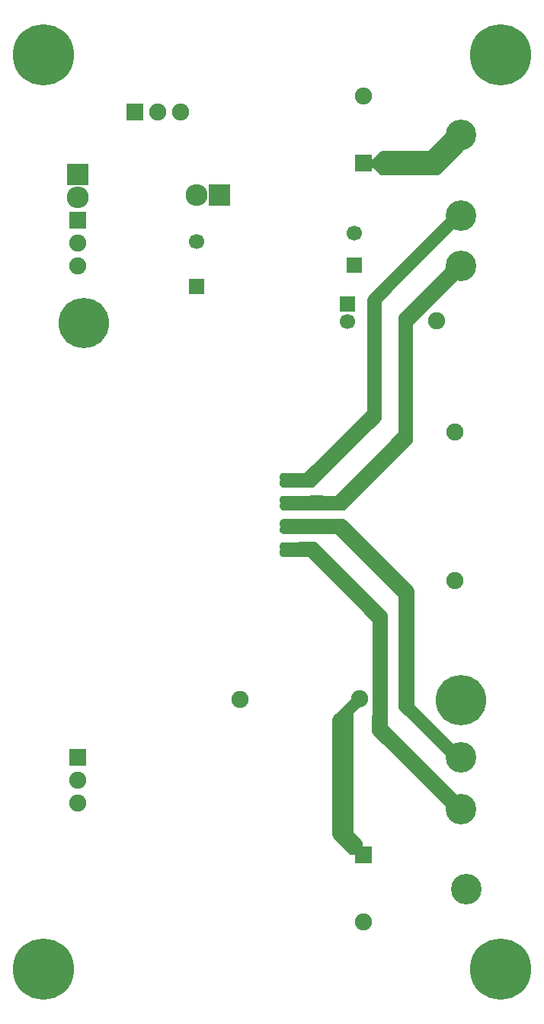
<source format=gbr>
G04 #@! TF.GenerationSoftware,KiCad,Pcbnew,(5.0.0)*
G04 #@! TF.CreationDate,2018-08-29T15:59:37+03:00*
G04 #@! TF.ProjectId,RDC2-0034A,524443322D30303334412E6B69636164,rev?*
G04 #@! TF.SameCoordinates,Original*
G04 #@! TF.FileFunction,Soldermask,Bot*
G04 #@! TF.FilePolarity,Negative*
%FSLAX46Y46*%
G04 Gerber Fmt 4.6, Leading zero omitted, Abs format (unit mm)*
G04 Created by KiCad (PCBNEW (5.0.0)) date 08/29/18 15:59:37*
%MOMM*%
%LPD*%
G01*
G04 APERTURE LIST*
%ADD10C,3.400000*%
%ADD11C,5.600000*%
%ADD12R,1.700000X1.700000*%
%ADD13C,1.700000*%
%ADD14R,1.900000X1.900000*%
%ADD15C,1.900000*%
%ADD16C,6.800000*%
%ADD17R,2.432000X2.432000*%
%ADD18O,2.432000X2.432000*%
%ADD19C,0.254000*%
G04 APERTURE END LIST*
D10*
G04 #@! TO.C,P11*
X120015000Y-50927000D03*
G04 #@! TD*
G04 #@! TO.C,P12*
X120015000Y-56515000D03*
G04 #@! TD*
G04 #@! TO.C,P13*
X120015000Y-111125000D03*
G04 #@! TD*
G04 #@! TO.C,P14*
X120015000Y-116840000D03*
G04 #@! TD*
D11*
G04 #@! TO.C,REF\002A\002A*
X120015000Y-104775000D03*
X78105000Y-62865000D03*
G04 #@! TD*
D12*
G04 #@! TO.C,C13*
X90678000Y-58801000D03*
D13*
X90678000Y-53801000D03*
G04 #@! TD*
D12*
G04 #@! TO.C,C14*
X107442000Y-60706000D03*
D13*
X107442000Y-62706000D03*
G04 #@! TD*
G04 #@! TO.C,C15*
X108204000Y-52888000D03*
D12*
X108204000Y-56388000D03*
G04 #@! TD*
D14*
G04 #@! TO.C,C20*
X109220000Y-45085000D03*
D15*
X109220000Y-37585000D03*
G04 #@! TD*
D14*
G04 #@! TO.C,C21*
X109220000Y-121920000D03*
D15*
X109220000Y-129420000D03*
G04 #@! TD*
D10*
G04 #@! TO.C,P4*
X120015000Y-41910000D03*
G04 #@! TD*
G04 #@! TO.C,P5*
X120650000Y-125730000D03*
G04 #@! TD*
D14*
G04 #@! TO.C,P1*
X77470000Y-51435000D03*
D15*
X77470000Y-53975000D03*
X77470000Y-56515000D03*
G04 #@! TD*
D14*
G04 #@! TO.C,P2*
X77470000Y-111125000D03*
D15*
X77470000Y-113665000D03*
X77470000Y-116205000D03*
G04 #@! TD*
D14*
G04 #@! TO.C,P3*
X83820000Y-39370000D03*
D15*
X86360000Y-39370000D03*
X88900000Y-39370000D03*
G04 #@! TD*
G04 #@! TO.C,P6*
X117348000Y-62611000D03*
G04 #@! TD*
G04 #@! TO.C,P7*
X119380000Y-74930000D03*
G04 #@! TD*
G04 #@! TO.C,P8*
X119380000Y-91440000D03*
G04 #@! TD*
G04 #@! TO.C,P9*
X108775500Y-104584500D03*
G04 #@! TD*
G04 #@! TO.C,P10*
X95504000Y-104648000D03*
G04 #@! TD*
D16*
G04 #@! TO.C,REF\002A\002A*
X73660000Y-33020000D03*
G04 #@! TD*
G04 #@! TO.C,REF\002A\002A*
X124460000Y-33020000D03*
G04 #@! TD*
G04 #@! TO.C,REF\002A\002A*
X73660000Y-134620000D03*
G04 #@! TD*
G04 #@! TO.C,REF\002A\002A*
X124460000Y-134620000D03*
G04 #@! TD*
D17*
G04 #@! TO.C,REF\002A\002A*
X93218000Y-48641000D03*
D18*
X90678000Y-48641000D03*
G04 #@! TD*
D17*
G04 #@! TO.C,REF\002A\002A*
X77470000Y-46355000D03*
D18*
X77470000Y-48895000D03*
G04 #@! TD*
D19*
G36*
X106937677Y-84720255D02*
X107037733Y-84760277D01*
X107110333Y-84812134D01*
X107178463Y-84868909D01*
X114595008Y-92285454D01*
X114634444Y-92344608D01*
X114652270Y-92380260D01*
X114660576Y-92405178D01*
X114668300Y-92436074D01*
X114668300Y-105272840D01*
X114677967Y-105321441D01*
X114705497Y-105362643D01*
X120282133Y-110939279D01*
X119090517Y-111471251D01*
X113225996Y-105606730D01*
X113198155Y-105541768D01*
X113178415Y-105492417D01*
X113167972Y-105429761D01*
X113167234Y-105425733D01*
X113157000Y-105374563D01*
X113157000Y-93169740D01*
X113147333Y-93121139D01*
X113119803Y-93079937D01*
X106172903Y-86133037D01*
X106131701Y-86105507D01*
X106083100Y-86095840D01*
X100269434Y-86095840D01*
X100196526Y-86077613D01*
X100144829Y-86051765D01*
X100043733Y-85970888D01*
X100008256Y-85917672D01*
X99979927Y-85861014D01*
X99961700Y-85788106D01*
X99961700Y-85733877D01*
X99972361Y-85627267D01*
X99989306Y-85576431D01*
X100025428Y-85513218D01*
X100038803Y-85499843D01*
X100066333Y-85458641D01*
X100076000Y-85410040D01*
X100066333Y-85361439D01*
X100038803Y-85320237D01*
X100015274Y-85296708D01*
X99990430Y-85247020D01*
X99971034Y-85188831D01*
X99961700Y-85132829D01*
X99961700Y-85055682D01*
X99981504Y-84966565D01*
X100010338Y-84899285D01*
X100043733Y-84849192D01*
X100091836Y-84810710D01*
X100093803Y-84809104D01*
X100153457Y-84759393D01*
X100228123Y-84731393D01*
X100307534Y-84711540D01*
X106885389Y-84711540D01*
X106937677Y-84720255D01*
X106937677Y-84720255D01*
G37*
X106937677Y-84720255D02*
X107037733Y-84760277D01*
X107110333Y-84812134D01*
X107178463Y-84868909D01*
X114595008Y-92285454D01*
X114634444Y-92344608D01*
X114652270Y-92380260D01*
X114660576Y-92405178D01*
X114668300Y-92436074D01*
X114668300Y-105272840D01*
X114677967Y-105321441D01*
X114705497Y-105362643D01*
X120282133Y-110939279D01*
X119090517Y-111471251D01*
X113225996Y-105606730D01*
X113198155Y-105541768D01*
X113178415Y-105492417D01*
X113167972Y-105429761D01*
X113167234Y-105425733D01*
X113157000Y-105374563D01*
X113157000Y-93169740D01*
X113147333Y-93121139D01*
X113119803Y-93079937D01*
X106172903Y-86133037D01*
X106131701Y-86105507D01*
X106083100Y-86095840D01*
X100269434Y-86095840D01*
X100196526Y-86077613D01*
X100144829Y-86051765D01*
X100043733Y-85970888D01*
X100008256Y-85917672D01*
X99979927Y-85861014D01*
X99961700Y-85788106D01*
X99961700Y-85733877D01*
X99972361Y-85627267D01*
X99989306Y-85576431D01*
X100025428Y-85513218D01*
X100038803Y-85499843D01*
X100066333Y-85458641D01*
X100076000Y-85410040D01*
X100066333Y-85361439D01*
X100038803Y-85320237D01*
X100015274Y-85296708D01*
X99990430Y-85247020D01*
X99971034Y-85188831D01*
X99961700Y-85132829D01*
X99961700Y-85055682D01*
X99981504Y-84966565D01*
X100010338Y-84899285D01*
X100043733Y-84849192D01*
X100091836Y-84810710D01*
X100093803Y-84809104D01*
X100153457Y-84759393D01*
X100228123Y-84731393D01*
X100307534Y-84711540D01*
X106885389Y-84711540D01*
X106937677Y-84720255D01*
G36*
X103770373Y-87267281D02*
X103828134Y-87286535D01*
X103889690Y-87312916D01*
X103935897Y-87359123D01*
X111772754Y-95221259D01*
X111785400Y-107589450D01*
X111795117Y-107638041D01*
X111822597Y-107679123D01*
X120072446Y-115928972D01*
X119078570Y-117141284D01*
X110336858Y-108399572D01*
X110271207Y-108290154D01*
X110257721Y-108263181D01*
X110248700Y-108191016D01*
X110248700Y-106449254D01*
X110269124Y-106367558D01*
X110292983Y-106295981D01*
X110299500Y-106255820D01*
X110299500Y-95905320D01*
X110289833Y-95856719D01*
X110262303Y-95815517D01*
X103124903Y-88678117D01*
X103083701Y-88650587D01*
X103035100Y-88640920D01*
X100251430Y-88640920D01*
X100177629Y-88613244D01*
X100100432Y-88574646D01*
X100067652Y-88541866D01*
X100006711Y-88470768D01*
X99971449Y-88391429D01*
X99961700Y-88303688D01*
X99961700Y-88234397D01*
X99970925Y-88188270D01*
X99993129Y-88110556D01*
X100006436Y-88077290D01*
X100038803Y-88044923D01*
X100066333Y-88003721D01*
X100076000Y-87955120D01*
X100066333Y-87906519D01*
X100052344Y-87881303D01*
X99994636Y-87800511D01*
X99980685Y-87772610D01*
X99961700Y-87687178D01*
X99961700Y-87595849D01*
X99970749Y-87532506D01*
X99999368Y-87465728D01*
X100038128Y-87397898D01*
X100089727Y-87346299D01*
X100178159Y-87297171D01*
X100243161Y-87275503D01*
X100253388Y-87269182D01*
X103663995Y-87256643D01*
X103770373Y-87267281D01*
X103770373Y-87267281D01*
G37*
X103770373Y-87267281D02*
X103828134Y-87286535D01*
X103889690Y-87312916D01*
X103935897Y-87359123D01*
X111772754Y-95221259D01*
X111785400Y-107589450D01*
X111795117Y-107638041D01*
X111822597Y-107679123D01*
X120072446Y-115928972D01*
X119078570Y-117141284D01*
X110336858Y-108399572D01*
X110271207Y-108290154D01*
X110257721Y-108263181D01*
X110248700Y-108191016D01*
X110248700Y-106449254D01*
X110269124Y-106367558D01*
X110292983Y-106295981D01*
X110299500Y-106255820D01*
X110299500Y-95905320D01*
X110289833Y-95856719D01*
X110262303Y-95815517D01*
X103124903Y-88678117D01*
X103083701Y-88650587D01*
X103035100Y-88640920D01*
X100251430Y-88640920D01*
X100177629Y-88613244D01*
X100100432Y-88574646D01*
X100067652Y-88541866D01*
X100006711Y-88470768D01*
X99971449Y-88391429D01*
X99961700Y-88303688D01*
X99961700Y-88234397D01*
X99970925Y-88188270D01*
X99993129Y-88110556D01*
X100006436Y-88077290D01*
X100038803Y-88044923D01*
X100066333Y-88003721D01*
X100076000Y-87955120D01*
X100066333Y-87906519D01*
X100052344Y-87881303D01*
X99994636Y-87800511D01*
X99980685Y-87772610D01*
X99961700Y-87687178D01*
X99961700Y-87595849D01*
X99970749Y-87532506D01*
X99999368Y-87465728D01*
X100038128Y-87397898D01*
X100089727Y-87346299D01*
X100178159Y-87297171D01*
X100243161Y-87275503D01*
X100253388Y-87269182D01*
X103663995Y-87256643D01*
X103770373Y-87267281D01*
G36*
X120381913Y-56959326D02*
X120364593Y-57051701D01*
X120296342Y-57158952D01*
X114591197Y-62864097D01*
X114563667Y-62905299D01*
X114554000Y-62953775D01*
X114541300Y-75844275D01*
X114541300Y-75855858D01*
X114522315Y-75941290D01*
X114475000Y-76035920D01*
X107155336Y-83368248D01*
X107070160Y-83432130D01*
X106992790Y-83470815D01*
X106907358Y-83489800D01*
X100277011Y-83489800D01*
X100223346Y-83480856D01*
X100148927Y-83452949D01*
X100086182Y-83408131D01*
X100026236Y-83338194D01*
X99979348Y-83263173D01*
X99960164Y-83176848D01*
X99950554Y-83090351D01*
X99967560Y-83013823D01*
X100048120Y-82864211D01*
X100062650Y-82816836D01*
X100057944Y-82767507D01*
X100046567Y-82740990D01*
X99997511Y-82655142D01*
X99959418Y-82578956D01*
X99950207Y-82459208D01*
X99968516Y-82385969D01*
X100008309Y-82286488D01*
X100060782Y-82225269D01*
X100129009Y-82176536D01*
X100210447Y-82135817D01*
X100321608Y-82105500D01*
X103251000Y-82105500D01*
X103291161Y-82098983D01*
X103309432Y-82092893D01*
X106120630Y-82105499D01*
X106169274Y-82096049D01*
X106211250Y-82068055D01*
X113107350Y-75133855D01*
X113134766Y-75092577D01*
X113144300Y-75044448D01*
X113157000Y-64160548D01*
X113157000Y-62263304D01*
X113167400Y-62180108D01*
X113198494Y-62076461D01*
X113246782Y-61989542D01*
X119044280Y-56154479D01*
X120381913Y-56959326D01*
X120381913Y-56959326D01*
G37*
X120381913Y-56959326D02*
X120364593Y-57051701D01*
X120296342Y-57158952D01*
X114591197Y-62864097D01*
X114563667Y-62905299D01*
X114554000Y-62953775D01*
X114541300Y-75844275D01*
X114541300Y-75855858D01*
X114522315Y-75941290D01*
X114475000Y-76035920D01*
X107155336Y-83368248D01*
X107070160Y-83432130D01*
X106992790Y-83470815D01*
X106907358Y-83489800D01*
X100277011Y-83489800D01*
X100223346Y-83480856D01*
X100148927Y-83452949D01*
X100086182Y-83408131D01*
X100026236Y-83338194D01*
X99979348Y-83263173D01*
X99960164Y-83176848D01*
X99950554Y-83090351D01*
X99967560Y-83013823D01*
X100048120Y-82864211D01*
X100062650Y-82816836D01*
X100057944Y-82767507D01*
X100046567Y-82740990D01*
X99997511Y-82655142D01*
X99959418Y-82578956D01*
X99950207Y-82459208D01*
X99968516Y-82385969D01*
X100008309Y-82286488D01*
X100060782Y-82225269D01*
X100129009Y-82176536D01*
X100210447Y-82135817D01*
X100321608Y-82105500D01*
X103251000Y-82105500D01*
X103291161Y-82098983D01*
X103309432Y-82092893D01*
X106120630Y-82105499D01*
X106169274Y-82096049D01*
X106211250Y-82068055D01*
X113107350Y-75133855D01*
X113134766Y-75092577D01*
X113144300Y-75044448D01*
X113157000Y-64160548D01*
X113157000Y-62263304D01*
X113167400Y-62180108D01*
X113198494Y-62076461D01*
X113246782Y-61989542D01*
X119044280Y-56154479D01*
X120381913Y-56959326D01*
G36*
X119603794Y-51781001D02*
X111111331Y-60286064D01*
X111087608Y-60319004D01*
X111074908Y-60344404D01*
X111061500Y-60401200D01*
X111061500Y-73355323D01*
X111040853Y-73458558D01*
X111004085Y-73550478D01*
X103720076Y-80821819D01*
X103719997Y-80821897D01*
X103645668Y-80896226D01*
X103573753Y-80932183D01*
X103462839Y-80962433D01*
X100267002Y-80949801D01*
X100266500Y-80949800D01*
X100251430Y-80949800D01*
X100183314Y-80924256D01*
X100104777Y-80875171D01*
X100047692Y-80818086D01*
X100009866Y-80761347D01*
X99967933Y-80666997D01*
X99961700Y-80642066D01*
X99961700Y-80575832D01*
X99972137Y-80481899D01*
X99979401Y-80460107D01*
X99998508Y-80412341D01*
X100014612Y-80388184D01*
X100050600Y-80340200D01*
X100072027Y-80295519D01*
X100074724Y-80246039D01*
X100058280Y-80199294D01*
X100038803Y-80174197D01*
X100015274Y-80150668D01*
X99968599Y-80057318D01*
X99959926Y-80013953D01*
X99950129Y-79945373D01*
X99958690Y-79876885D01*
X99998508Y-79777341D01*
X100034992Y-79722614D01*
X100124119Y-79633487D01*
X100230789Y-79585001D01*
X100318542Y-79565500D01*
X102717600Y-79565500D01*
X102766201Y-79555833D01*
X102807485Y-79528220D01*
X109690885Y-72632120D01*
X109718377Y-72590893D01*
X109728000Y-72542400D01*
X109728000Y-60185177D01*
X109747599Y-60087182D01*
X109787256Y-60007868D01*
X109826692Y-59948714D01*
X119032721Y-50742685D01*
X119603794Y-51781001D01*
X119603794Y-51781001D01*
G37*
X119603794Y-51781001D02*
X111111331Y-60286064D01*
X111087608Y-60319004D01*
X111074908Y-60344404D01*
X111061500Y-60401200D01*
X111061500Y-73355323D01*
X111040853Y-73458558D01*
X111004085Y-73550478D01*
X103720076Y-80821819D01*
X103719997Y-80821897D01*
X103645668Y-80896226D01*
X103573753Y-80932183D01*
X103462839Y-80962433D01*
X100267002Y-80949801D01*
X100266500Y-80949800D01*
X100251430Y-80949800D01*
X100183314Y-80924256D01*
X100104777Y-80875171D01*
X100047692Y-80818086D01*
X100009866Y-80761347D01*
X99967933Y-80666997D01*
X99961700Y-80642066D01*
X99961700Y-80575832D01*
X99972137Y-80481899D01*
X99979401Y-80460107D01*
X99998508Y-80412341D01*
X100014612Y-80388184D01*
X100050600Y-80340200D01*
X100072027Y-80295519D01*
X100074724Y-80246039D01*
X100058280Y-80199294D01*
X100038803Y-80174197D01*
X100015274Y-80150668D01*
X99968599Y-80057318D01*
X99959926Y-80013953D01*
X99950129Y-79945373D01*
X99958690Y-79876885D01*
X99998508Y-79777341D01*
X100034992Y-79722614D01*
X100124119Y-79633487D01*
X100230789Y-79585001D01*
X100318542Y-79565500D01*
X102717600Y-79565500D01*
X102766201Y-79555833D01*
X102807485Y-79528220D01*
X109690885Y-72632120D01*
X109718377Y-72590893D01*
X109728000Y-72542400D01*
X109728000Y-60185177D01*
X109747599Y-60087182D01*
X109787256Y-60007868D01*
X109826692Y-59948714D01*
X119032721Y-50742685D01*
X119603794Y-51781001D01*
G36*
X120361166Y-43325176D02*
X120349054Y-43355455D01*
X120302131Y-43411763D01*
X120255397Y-43458497D01*
X120251228Y-43462871D01*
X120126278Y-43600316D01*
X117564868Y-46161726D01*
X117540580Y-46173870D01*
X117404241Y-46219317D01*
X117360823Y-46228000D01*
X111193589Y-46228000D01*
X111136566Y-46211708D01*
X111067873Y-46172455D01*
X110979824Y-46106418D01*
X110884603Y-46011197D01*
X110883487Y-46010096D01*
X110362787Y-45502096D01*
X110321249Y-45475076D01*
X110274100Y-45466000D01*
X109982000Y-45466000D01*
X109982000Y-44704000D01*
X110286800Y-44704000D01*
X110335401Y-44694333D01*
X110376603Y-44666803D01*
X111140248Y-43903158D01*
X111186166Y-43875607D01*
X111249920Y-43843730D01*
X111305634Y-43825159D01*
X111386904Y-43815000D01*
X116382800Y-43815000D01*
X116431401Y-43805333D01*
X116472603Y-43777803D01*
X118440120Y-41810286D01*
X118641732Y-41617440D01*
X120361166Y-43325176D01*
X120361166Y-43325176D01*
G37*
X120361166Y-43325176D02*
X120349054Y-43355455D01*
X120302131Y-43411763D01*
X120255397Y-43458497D01*
X120251228Y-43462871D01*
X120126278Y-43600316D01*
X117564868Y-46161726D01*
X117540580Y-46173870D01*
X117404241Y-46219317D01*
X117360823Y-46228000D01*
X111193589Y-46228000D01*
X111136566Y-46211708D01*
X111067873Y-46172455D01*
X110979824Y-46106418D01*
X110884603Y-46011197D01*
X110883487Y-46010096D01*
X110362787Y-45502096D01*
X110321249Y-45475076D01*
X110274100Y-45466000D01*
X109982000Y-45466000D01*
X109982000Y-44704000D01*
X110286800Y-44704000D01*
X110335401Y-44694333D01*
X110376603Y-44666803D01*
X111140248Y-43903158D01*
X111186166Y-43875607D01*
X111249920Y-43843730D01*
X111305634Y-43825159D01*
X111386904Y-43815000D01*
X116382800Y-43815000D01*
X116431401Y-43805333D01*
X116472603Y-43777803D01*
X118440120Y-41810286D01*
X118641732Y-41617440D01*
X120361166Y-43325176D01*
G36*
X108742149Y-105301845D02*
X107974497Y-106069497D01*
X107946967Y-106110699D01*
X107937300Y-106159421D01*
X107950000Y-119481721D01*
X107959714Y-119530313D01*
X107986535Y-119570735D01*
X108831431Y-120428242D01*
X108928234Y-120557312D01*
X108954380Y-120635750D01*
X108966000Y-120856531D01*
X108966000Y-121081800D01*
X108975667Y-121130401D01*
X109003197Y-121171603D01*
X109167394Y-121335800D01*
X108586931Y-121916263D01*
X108384593Y-121705128D01*
X108343986Y-121676728D01*
X108295602Y-121666029D01*
X108232689Y-121681180D01*
X108079694Y-121763562D01*
X108021111Y-121780300D01*
X107869010Y-121780300D01*
X107817367Y-121763086D01*
X107747322Y-121733066D01*
X107715924Y-121709518D01*
X105940492Y-119934086D01*
X105903138Y-119878055D01*
X105873640Y-119809227D01*
X105854500Y-119732666D01*
X105854500Y-106800240D01*
X105882677Y-106706316D01*
X105942467Y-106606666D01*
X108062681Y-104510822D01*
X108742149Y-105301845D01*
X108742149Y-105301845D01*
G37*
X108742149Y-105301845D02*
X107974497Y-106069497D01*
X107946967Y-106110699D01*
X107937300Y-106159421D01*
X107950000Y-119481721D01*
X107959714Y-119530313D01*
X107986535Y-119570735D01*
X108831431Y-120428242D01*
X108928234Y-120557312D01*
X108954380Y-120635750D01*
X108966000Y-120856531D01*
X108966000Y-121081800D01*
X108975667Y-121130401D01*
X109003197Y-121171603D01*
X109167394Y-121335800D01*
X108586931Y-121916263D01*
X108384593Y-121705128D01*
X108343986Y-121676728D01*
X108295602Y-121666029D01*
X108232689Y-121681180D01*
X108079694Y-121763562D01*
X108021111Y-121780300D01*
X107869010Y-121780300D01*
X107817367Y-121763086D01*
X107747322Y-121733066D01*
X107715924Y-121709518D01*
X105940492Y-119934086D01*
X105903138Y-119878055D01*
X105873640Y-119809227D01*
X105854500Y-119732666D01*
X105854500Y-106800240D01*
X105882677Y-106706316D01*
X105942467Y-106606666D01*
X108062681Y-104510822D01*
X108742149Y-105301845D01*
M02*

</source>
